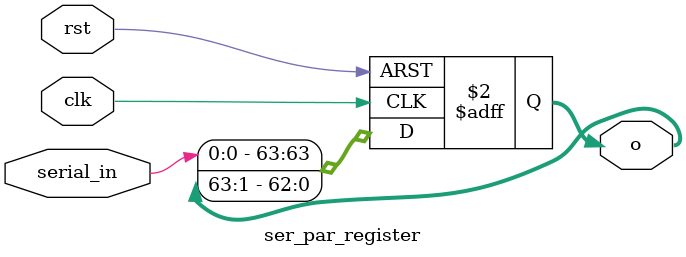
<source format=v>
module ser_par_register (
	input wire rst,
	input wire clk,
	input wire serial_in,
	output reg [63:0] o
);

always @ (posedge clk or posedge rst) begin
	if (rst) begin
		o <= 64'd0;
	end else begin
		o[62:0] <= o[63:1];
		o[63] <= serial_in;
	end
end

endmodule
</source>
